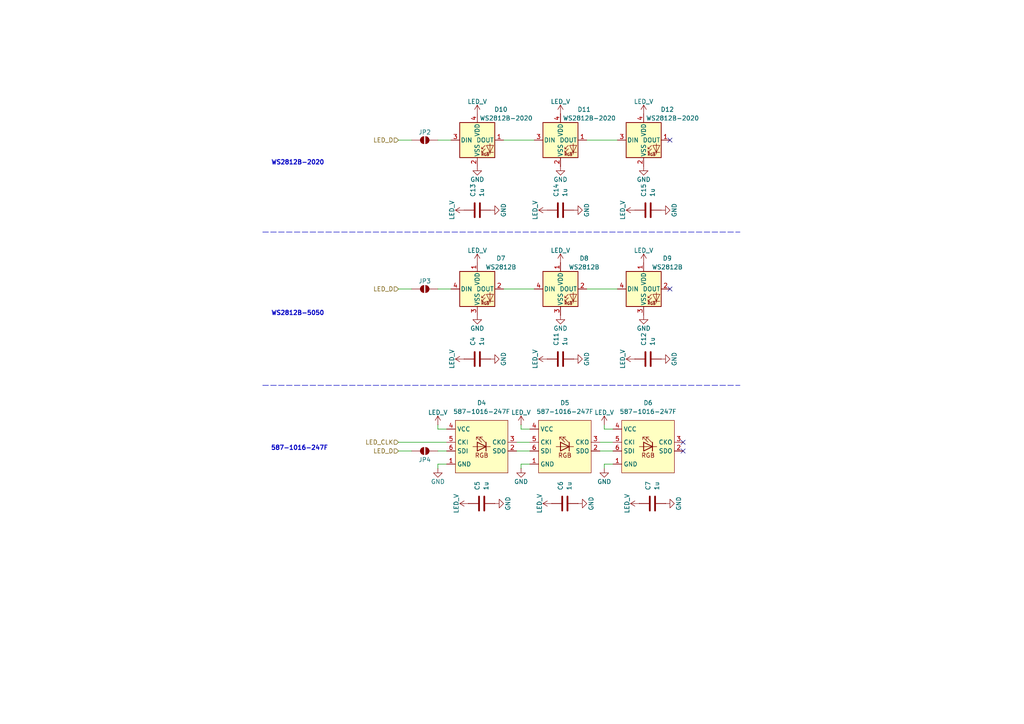
<source format=kicad_sch>
(kicad_sch (version 20250114) (generator "eeschema") (generator_version "9.0")
  (paper "A4")
  (lib_symbols
    (symbol "Device:C" (pin_numbers (hide yes)) (pin_names (offset 0.254))
      (property "Reference" "C" (at 0.635 2.54 0))
      (property "Value" "C" (at 0.635 -2.54 0))
      (symbol "C_0_1"
        (polyline (pts (xy -2.032 0.762) (xy 2.032 0.762)) (stroke (width 0.508)))
        (polyline (pts (xy -2.032 -0.762) (xy 2.032 -0.762)) (stroke (width 0.508)))
      )
      (symbol "C_1_1"
        (pin passive line (at 0 3.81 270) (length 2.794) (name "~") (number "1"))
        (pin passive line (at 0 -3.81 90) (length 2.794) (name "~") (number "2"))
      )
    )
    (symbol "Jumper:SolderJumper_2_Open" (pin_numbers (hide yes)) (pin_names (offset 0) (hide yes)) (in_bom no)
      (property "Reference" "JP" (at 0 2.032 0))
      (property "Value" "SolderJumper_2_Open" (at 0 -2.54 0))
      (symbol "SolderJumper_2_Open_0_1"
        (polyline (pts (xy -0.254 1.016) (xy -0.254 -1.016)))
        (arc (start -0.254 -1.016) (mid -1.2656 0) (end -0.254 1.016))
        (arc (start -0.254 -1.016) (mid -1.2656 0) (end -0.254 1.016) (fill (type outline)))
        (arc (start 0.254 1.016) (mid 1.2656 0) (end 0.254 -1.016))
        (arc (start 0.254 1.016) (mid 1.2656 0) (end 0.254 -1.016) (fill (type outline)))
        (polyline (pts (xy 0.254 1.016) (xy 0.254 -1.016)))
      )
      (symbol "SolderJumper_2_Open_1_1"
        (pin passive line (at -3.81 0 0) (length 2.54) (name "A") (number "1"))
        (pin passive line (at 3.81 0 180) (length 2.54) (name "B") (number "2"))
      )
    )
    (symbol "LED:WS2812B" (pin_names (offset 0.254))
      (property "Reference" "D" (at 5.08 5.715 0))
      (property "Value" "WS2812B" (at 1.27 -5.715 0))
      (symbol "WS2812B_0_0"
        (text "RGB" (at 2.286 -4.191 0) (effects (font (size 0.762 0.762))))
      )
      (symbol "WS2812B_0_1"
        (polyline (pts (xy 1.27 -2.54) (xy 1.778 -2.54)))
        (polyline (pts (xy 1.27 -3.556) (xy 1.778 -3.556)))
        (polyline (pts (xy 2.286 -1.524) (xy 1.27 -2.54) (xy 1.27 -2.032)))
        (polyline (pts (xy 2.286 -2.54) (xy 1.27 -3.556) (xy 1.27 -3.048)))
        (polyline (pts (xy 3.683 -1.016) (xy 3.683 -3.556) (xy 3.683 -4.064)))
        (polyline (pts (xy 4.699 -1.524) (xy 2.667 -1.524) (xy 3.683 -3.556) (xy 4.699 -1.524)))
        (polyline (pts (xy 4.699 -3.556) (xy 2.667 -3.556)))
        (rectangle (start 5.08 5.08) (end -5.08 -5.08) (stroke (width 0.254)) (fill (type background)))
      )
      (symbol "WS2812B_1_1"
        (pin input line (at -7.62 0 0) (length 2.54) (name "DIN") (number "4"))
        (pin power_in line (at 0 7.62 270) (length 2.54) (name "VDD") (number "1"))
        (pin power_in line (at 0 -7.62 90) (length 2.54) (name "VSS") (number "3"))
        (pin output line (at 7.62 0 180) (length 2.54) (name "DOUT") (number "2"))
      )
    )
    (symbol "LED:WS2812B-2020" (pin_names (offset 0.254))
      (property "Reference" "D" (at 5.08 5.715 0))
      (property "Value" "WS2812B-2020" (at 1.27 -5.715 0))
      (symbol "WS2812B-2020_0_0"
        (text "RGB" (at 2.286 -4.191 0) (effects (font (size 0.762 0.762))))
      )
      (symbol "WS2812B-2020_0_1"
        (polyline (pts (xy 1.27 -2.54) (xy 1.778 -2.54)))
        (polyline (pts (xy 1.27 -3.556) (xy 1.778 -3.556)))
        (polyline (pts (xy 2.286 -1.524) (xy 1.27 -2.54) (xy 1.27 -2.032)))
        (polyline (pts (xy 2.286 -2.54) (xy 1.27 -3.556) (xy 1.27 -3.048)))
        (polyline (pts (xy 3.683 -1.016) (xy 3.683 -3.556) (xy 3.683 -4.064)))
        (polyline (pts (xy 4.699 -1.524) (xy 2.667 -1.524) (xy 3.683 -3.556) (xy 4.699 -1.524)))
        (polyline (pts (xy 4.699 -3.556) (xy 2.667 -3.556)))
        (rectangle (start 5.08 5.08) (end -5.08 -5.08) (stroke (width 0.254)) (fill (type background)))
      )
      (symbol "WS2812B-2020_1_1"
        (pin input line (at -7.62 0 0) (length 2.54) (name "DIN") (number "3"))
        (pin power_in line (at 0 7.62 270) (length 2.54) (name "VDD") (number "4"))
        (pin power_in line (at 0 -7.62 90) (length 2.54) (name "VSS") (number "2"))
        (pin output line (at 7.62 0 180) (length 2.54) (name "DOUT") (number "1"))
      )
    )
    (symbol "PowerDistributionUnitLib:587-1016-247F"
      (property "Reference" "D" (at -7.112 8.636 0))
      (property "Value" "587-1016-247F" (at 4.064 8.636 0))
      (symbol "587-1016-247F_0_1"
        (rectangle (start -1.27 1.27) (end -1.27 1.27))
        (polyline (pts (xy -1.27 1.27) (xy -1.27 -1.27) (xy 1.27 0) (xy -1.27 1.27)) (stroke (width 0.254)))
        (rectangle (start -1.27 -1.27) (end -1.27 1.27))
        (polyline (pts (xy 0 1.27) (xy -1.524 2.794) (xy -0.762 2.794) (xy -1.524 2.794) (xy -1.524 2.032)))
        (polyline (pts (xy 1.016 1.27) (xy -0.508 2.794) (xy 0.254 2.794) (xy -0.508 2.794) (xy -0.508 2.032)))
        (polyline (pts (xy 1.27 1.27) (xy 1.27 -1.27)) (stroke (width 0.254)))
        (polyline (pts (xy 1.27 1.27) (xy 1.27 -1.27) (xy 1.27 -1.27)))
        (polyline (pts (xy 1.27 0) (xy -1.27 0)))
      )
      (symbol "587-1016-247F_1_0"
        (polyline (pts (xy -2.54 0) (xy -1.27 0)))
        (polyline (pts (xy 1.27 0) (xy 2.54 0)))
        (text "RGB" (at 0 -2.54 0) (effects (font (size 1.27 1.27))))
      )
      (symbol "587-1016-247F_1_1"
        (rectangle (start -7.62 7.62) (end 7.62 -7.62) (fill (type background)))
        (pin input line (at -10.16 5.08 0) (length 2.54) (name "VCC") (number "4"))
        (pin input line (at -10.16 1.27 0) (length 2.54) (name "CKI") (number "5"))
        (pin input line (at -10.16 -1.27 0) (length 2.54) (name "SDI") (number "6"))
        (pin input line (at -10.16 -5.08 0) (length 2.54) (name "GND") (number "1"))
        (pin input line (at 10.16 1.27 180) (length 2.54) (name "CKO") (number "3"))
        (pin input line (at 10.16 -1.27 180) (length 2.54) (name "SDO") (number "2"))
      )
    )
    (symbol "power:+3V3" (power) (pin_numbers (hide yes)) (pin_names (offset 0) (hide yes))
      (property "Value" "+3V3" (at 0 3.556 0))
      (symbol "+3V3_0_1"
        (polyline (pts (xy -0.762 1.27) (xy 0 2.54)))
        (polyline (pts (xy 0 2.54) (xy 0.762 1.27)))
        (polyline (pts (xy 0 0) (xy 0 2.54)))
      )
      (symbol "+3V3_1_1"
        (pin power_in line (at 0 0 90) (length 0) (name "~") (number "1"))
      )
    )
    (symbol "power:GND" (power) (pin_numbers (hide yes)) (pin_names (offset 0) (hide yes))
      (property "Value" "GND" (at 0 -3.81 0))
      (symbol "GND_0_1"
        (polyline (pts (xy 0 0) (xy 0 -1.27) (xy 1.27 -1.27) (xy 0 -2.54) (xy -1.27 -1.27) (xy 0 -1.27)))
      )
      (symbol "GND_1_1"
        (pin power_in line (at 0 0 270) (length 0) (name "~") (number "1"))
      )
    )
  )
  (text "WS2812B-2020" (at 86.36 47.244 0) (effects (font (size 1.27 1.27) (thickness 0.254) (bold yes))))
  (text "WS2812B-5050" (at 86.36 90.932 0) (effects (font (size 1.27 1.27) (thickness 0.254) (bold yes))))
  (text "587-1016-247F" (at 86.868 130.048 0) (effects (font (size 1.27 1.27) (thickness 0.254) (bold yes))))
  (no_connect (at 194.31 40.64))
  (no_connect (at 198.12 128.27))
  (no_connect (at 198.12 130.81))
  (no_connect (at 194.31 83.82))
  (wire (pts (xy 175.26 135.89) (xy 175.26 134.62)))
  (wire (pts (xy 175.26 123.19) (xy 175.26 124.46)))
  (wire (pts (xy 115.57 130.81) (xy 119.38 130.81)))
  (polyline (pts (xy 76.2 67.31) (xy 214.63 67.31)) (stroke (width 0) (type dash)))
  (wire (pts (xy 115.57 40.64) (xy 119.38 40.64)))
  (wire (pts (xy 151.13 134.62) (xy 153.67 134.62)))
  (wire (pts (xy 115.57 128.27) (xy 129.54 128.27)))
  (wire (pts (xy 146.05 40.64) (xy 154.94 40.64)))
  (wire (pts (xy 127 123.19) (xy 127 124.46)))
  (wire (pts (xy 149.86 128.27) (xy 153.67 128.27)))
  (wire (pts (xy 175.26 134.62) (xy 177.8 134.62)))
  (wire (pts (xy 127 134.62) (xy 129.54 134.62)))
  (wire (pts (xy 173.99 128.27) (xy 177.8 128.27)))
  (wire (pts (xy 127 124.46) (xy 129.54 124.46)))
  (wire (pts (xy 151.13 135.89) (xy 151.13 134.62)))
  (wire (pts (xy 146.05 83.82) (xy 154.94 83.82)))
  (wire (pts (xy 151.13 123.19) (xy 151.13 124.46)))
  (wire (pts (xy 170.18 83.82) (xy 179.07 83.82)))
  (wire (pts (xy 151.13 124.46) (xy 153.67 124.46)))
  (wire (pts (xy 127 83.82) (xy 130.81 83.82)))
  (wire (pts (xy 127 40.64) (xy 130.81 40.64)))
  (polyline (pts (xy 76.2 111.76) (xy 214.63 111.76)) (stroke (width 0) (type dash)))
  (wire (pts (xy 149.86 130.81) (xy 153.67 130.81)))
  (wire (pts (xy 127 130.81) (xy 129.54 130.81)))
  (wire (pts (xy 175.26 124.46) (xy 177.8 124.46)))
  (wire (pts (xy 115.57 83.82) (xy 119.38 83.82)))
  (wire (pts (xy 127 135.89) (xy 127 134.62)))
  (wire (pts (xy 170.18 40.64) (xy 179.07 40.64)))
  (wire (pts (xy 173.99 130.81) (xy 177.8 130.81)))
  (hierarchical_label "LED_D" (shape input) (at 115.57 83.82 180))
  (hierarchical_label "LED_D" (shape input) (at 115.57 130.81 180))
  (hierarchical_label "LED_D" (shape input) (at 115.57 40.64 180))
  (hierarchical_label "LED_CLK" (shape input) (at 115.57 128.27 180))
  (symbol (lib_id "power:GND") (at 175.26 135.89 0) (unit 1)
    (property "Reference" "#PWR019" (effects (hide yes)))
    (property "Value" "GND" (at 175.26 139.7 0))
    (property "Description" "Power symbol creates a global label with name \"GND\" , ground" (effects (hide yes)))
  )
  (symbol (lib_id "Device:C") (at 189.23 146.05 90) (unit 1)
    (property "Reference" "C7" (at 187.9599 142.24 0) (effects (justify left)))
    (property "Value" "1u" (at 190.4999 142.24 0) (effects (justify left)))
    (property "Footprint" "Capacitor_SMD:C_0603_1608Metric" (effects (hide yes)))
    (property "Description" "Unpolarized capacitor" (effects (hide yes)))
  )
  (symbol (lib_id "power:GND") (at 186.69 48.26 0) (unit 1)
    (property "Reference" "#PWR083" (effects (hide yes)))
    (property "Value" "GND" (at 186.69 52.07 0))
    (property "Description" "Power symbol creates a global label with name \"GND\" , ground" (effects (hide yes)))
  )
  (symbol (lib_id "power:+3V3") (at 138.43 76.2 0) (unit 1)
    (property "Reference" "#PWR045" (effects (hide yes)))
    (property "Value" "LED_V" (at 138.43 72.644 0))
    (property "Description" "Power symbol creates a global label with name \"+3V3\"" (effects (hide yes)))
  )
  (symbol (lib_id "power:+3V3") (at 185.42 146.05 90) (unit 1)
    (property "Reference" "#PWR081" (effects (hide yes)))
    (property "Value" "LED_V" (at 181.864 146.05 0))
    (property "Description" "Power symbol creates a global label with name \"+3V3\"" (effects (hide yes)))
  )
  (symbol (lib_id "Device:C") (at 138.43 104.14 90) (unit 1)
    (property "Reference" "C4" (at 137.1599 100.33 0) (effects (justify left)))
    (property "Value" "1u" (at 139.6999 100.33 0) (effects (justify left)))
    (property "Footprint" "Capacitor_SMD:C_0603_1608Metric" (effects (hide yes)))
    (property "Description" "Unpolarized capacitor" (effects (hide yes)))
  )
  (symbol (lib_id "power:+3V3") (at 134.62 104.14 90) (unit 1)
    (property "Reference" "#PWR047" (effects (hide yes)))
    (property "Value" "LED_V" (at 131.064 104.14 0))
    (property "Description" "Power symbol creates a global label with name \"+3V3\"" (effects (hide yes)))
  )
  (symbol (lib_id "PowerDistributionUnitLib:587-1016-247F") (at 163.83 129.54 0) (unit 1)
    (property "Reference" "D5" (at 163.83 116.84 0))
    (property "Value" "587-1016-247F" (at 163.83 119.38 0))
    (property "Footprint" "PowerDistributionUnitLib:587-1016-247F" (effects (hide yes)))
    (property "Datasheet" "${KIPRJMOD}/../lib/PowerDistributionUnitLib_docs/Dialight_datasheet_587-1016-247F_Addressable_RGB.pdf" (effects (hide yes)))
  )
  (symbol (lib_id "LED:WS2812B") (at 186.69 83.82 0) (unit 1)
    (property "Reference" "D9" (at 193.548 74.93 0))
    (property "Value" "WS2812B" (at 193.548 77.47 0))
    (property "Footprint" "LED_SMD:LED_WS2812B_PLCC4_5.0x5.0mm_P3.2mm" (effects (hide yes)))
    (property "Datasheet" "https://cdn-shop.adafruit.com/datasheets/WS2812B.pdf" (effects (hide yes)))
    (property "Description" "RGB LED with integrated controller" (effects (hide yes)))
  )
  (symbol (lib_id "power:+3V3") (at 158.75 104.14 90) (unit 1)
    (property "Reference" "#PWR049" (effects (hide yes)))
    (property "Value" "LED_V" (at 155.194 104.14 0))
    (property "Description" "Power symbol creates a global label with name \"+3V3\"" (effects (hide yes)))
  )
  (symbol (lib_id "LED:WS2812B") (at 138.43 83.82 0) (unit 1)
    (property "Reference" "D7" (at 145.288 74.93 0))
    (property "Value" "WS2812B" (at 145.288 77.47 0))
    (property "Footprint" "LED_SMD:LED_WS2812B_PLCC4_5.0x5.0mm_P3.2mm" (effects (hide yes)))
    (property "Datasheet" "https://cdn-shop.adafruit.com/datasheets/WS2812B.pdf" (effects (hide yes)))
    (property "Description" "RGB LED with integrated controller" (effects (hide yes)))
  )
  (symbol (lib_id "power:+3V3") (at 138.43 33.02 0) (unit 1)
    (property "Reference" "#PWR016" (effects (hide yes)))
    (property "Value" "LED_V" (at 138.43 29.464 0))
    (property "Description" "Power symbol creates a global label with name \"+3V3\"" (effects (hide yes)))
  )
  (symbol (lib_id "Device:C") (at 187.96 104.14 90) (unit 1)
    (property "Reference" "C12" (at 186.6899 100.33 0) (effects (justify left)))
    (property "Value" "1u" (at 189.2299 100.33 0) (effects (justify left)))
    (property "Footprint" "Capacitor_SMD:C_0603_1608Metric" (effects (hide yes)))
    (property "Description" "Unpolarized capacitor" (effects (hide yes)))
  )
  (symbol (lib_id "power:GND") (at 191.77 104.14 90) (unit 1)
    (property "Reference" "#PWR053" (effects (hide yes)))
    (property "Value" "GND" (at 195.58 104.14 0))
    (property "Description" "Power symbol creates a global label with name \"GND\" , ground" (effects (hide yes)))
  )
  (symbol (lib_id "power:+3V3") (at 162.56 33.02 0) (unit 1)
    (property "Reference" "#PWR017" (effects (hide yes)))
    (property "Value" "LED_V" (at 162.56 29.464 0))
    (property "Description" "Power symbol creates a global label with name \"+3V3\"" (effects (hide yes)))
  )
  (symbol (lib_id "power:GND") (at 151.13 135.89 0) (unit 1)
    (property "Reference" "#PWR020" (effects (hide yes)))
    (property "Value" "GND" (at 151.13 139.7 0))
    (property "Description" "Power symbol creates a global label with name \"GND\" , ground" (effects (hide yes)))
  )
  (symbol (lib_id "PowerDistributionUnitLib:587-1016-247F") (at 187.96 129.54 0) (unit 1)
    (property "Reference" "D6" (at 187.96 116.84 0))
    (property "Value" "587-1016-247F" (at 187.96 119.38 0))
    (property "Footprint" "PowerDistributionUnitLib:587-1016-247F" (effects (hide yes)))
    (property "Datasheet" "${KIPRJMOD}/../lib/PowerDistributionUnitLib_docs/Dialight_datasheet_587-1016-247F_Addressable_RGB.pdf" (effects (hide yes)))
  )
  (symbol (lib_id "power:GND") (at 166.37 104.14 90) (unit 1)
    (property "Reference" "#PWR051" (effects (hide yes)))
    (property "Value" "GND" (at 170.18 104.14 0))
    (property "Description" "Power symbol creates a global label with name \"GND\" , ground" (effects (hide yes)))
  )
  (symbol (lib_id "power:GND") (at 162.56 48.26 0) (unit 1)
    (property "Reference" "#PWR071" (effects (hide yes)))
    (property "Value" "GND" (at 162.56 52.07 0))
    (property "Description" "Power symbol creates a global label with name \"GND\" , ground" (effects (hide yes)))
  )
  (symbol (lib_id "power:GND") (at 143.51 146.05 90) (unit 1)
    (property "Reference" "#PWR031" (effects (hide yes)))
    (property "Value" "GND" (at 147.32 146.05 0))
    (property "Description" "Power symbol creates a global label with name \"GND\" , ground" (effects (hide yes)))
  )
  (symbol (lib_id "power:+3V3") (at 158.75 60.96 90) (unit 1)
    (property "Reference" "#PWR032" (effects (hide yes)))
    (property "Value" "LED_V" (at 155.194 60.96 0))
    (property "Description" "Power symbol creates a global label with name \"+3V3\"" (effects (hide yes)))
  )
  (symbol (lib_id "power:GND") (at 167.64 146.05 90) (unit 1)
    (property "Reference" "#PWR033" (effects (hide yes)))
    (property "Value" "GND" (at 171.45 146.05 0))
    (property "Description" "Power symbol creates a global label with name \"GND\" , ground" (effects (hide yes)))
  )
  (symbol (lib_id "LED:WS2812B") (at 162.56 83.82 0) (unit 1)
    (property "Reference" "D8" (at 169.418 74.93 0))
    (property "Value" "WS2812B" (at 169.418 77.47 0))
    (property "Footprint" "LED_SMD:LED_WS2812B_PLCC4_5.0x5.0mm_P3.2mm" (effects (hide yes)))
    (property "Datasheet" "https://cdn-shop.adafruit.com/datasheets/WS2812B.pdf" (effects (hide yes)))
    (property "Description" "RGB LED with integrated controller" (effects (hide yes)))
  )
  (symbol (lib_id "LED:WS2812B-2020") (at 186.69 40.64 0) (unit 1)
    (property "Reference" "D12" (at 193.548 31.75 0))
    (property "Value" "WS2812B-2020" (at 195.072 34.29 0))
    (property "Footprint" "LED_SMD:LED_WS2812B-2020_PLCC4_2.0x2.0mm" (effects (hide yes)))
    (property "Datasheet" "https://cdn-shop.adafruit.com/product-files/4684/4684_WS2812B-2020_V1.3_EN.pdf" (effects (hide yes)))
    (property "Description" "RGB LED with integrated controller, 2.0 x 2.0 mm, 12 mA" (effects (hide yes)))
  )
  (symbol (lib_id "power:GND") (at 193.04 146.05 90) (unit 1)
    (property "Reference" "#PWR035" (effects (hide yes)))
    (property "Value" "GND" (at 196.85 146.05 0))
    (property "Description" "Power symbol creates a global label with name \"GND\" , ground" (effects (hide yes)))
  )
  (symbol (lib_id "power:+3V3") (at 175.26 123.19 0) (unit 1)
    (property "Reference" "#PWR082" (effects (hide yes)))
    (property "Value" "LED_V" (at 175.26 119.634 0))
    (property "Description" "Power symbol creates a global label with name \"+3V3\"" (effects (hide yes)))
  )
  (symbol (lib_id "power:+3V3") (at 186.69 33.02 0) (unit 1)
    (property "Reference" "#PWR018" (effects (hide yes)))
    (property "Value" "LED_V" (at 186.69 29.464 0))
    (property "Description" "Power symbol creates a global label with name \"+3V3\"" (effects (hide yes)))
  )
  (symbol (lib_id "power:+3V3") (at 184.15 104.14 90) (unit 1)
    (property "Reference" "#PWR052" (effects (hide yes)))
    (property "Value" "LED_V" (at 180.594 104.14 0))
    (property "Description" "Power symbol creates a global label with name \"+3V3\"" (effects (hide yes)))
  )
  (symbol (lib_id "power:+3V3") (at 134.62 60.96 90) (unit 1)
    (property "Reference" "#PWR030" (effects (hide yes)))
    (property "Value" "LED_V" (at 131.064 60.96 0))
    (property "Description" "Power symbol creates a global label with name \"+3V3\"" (effects (hide yes)))
  )
  (symbol (lib_id "power:+3V3") (at 184.15 60.96 90) (unit 1)
    (property "Reference" "#PWR034" (effects (hide yes)))
    (property "Value" "LED_V" (at 180.594 60.96 0))
    (property "Description" "Power symbol creates a global label with name \"+3V3\"" (effects (hide yes)))
  )
  (symbol (lib_id "power:+3V3") (at 151.13 123.19 0) (unit 1)
    (property "Reference" "#PWR069" (effects (hide yes)))
    (property "Value" "LED_V" (at 151.13 119.634 0))
    (property "Description" "Power symbol creates a global label with name \"+3V3\"" (effects (hide yes)))
  )
  (symbol (lib_id "power:GND") (at 138.43 91.44 0) (unit 1)
    (property "Reference" "#PWR026" (effects (hide yes)))
    (property "Value" "GND" (at 138.43 95.25 0))
    (property "Description" "Power symbol creates a global label with name \"GND\" , ground" (effects (hide yes)))
  )
  (symbol (lib_id "power:GND") (at 162.56 91.44 0) (unit 1)
    (property "Reference" "#PWR044" (effects (hide yes)))
    (property "Value" "GND" (at 162.56 95.25 0))
    (property "Description" "Power symbol creates a global label with name \"GND\" , ground" (effects (hide yes)))
  )
  (symbol (lib_id "Device:C") (at 138.43 60.96 90) (unit 1)
    (property "Reference" "C13" (at 137.1599 57.15 0) (effects (justify left)))
    (property "Value" "1u" (at 139.6999 57.15 0) (effects (justify left)))
    (property "Footprint" "Capacitor_SMD:C_0603_1608Metric" (effects (hide yes)))
    (property "Description" "Unpolarized capacitor" (effects (hide yes)))
  )
  (symbol (lib_id "Jumper:SolderJumper_2_Open") (at 123.19 83.82 0) (unit 1) (in_bom no)
    (property "Reference" "JP3" (at 123.19 81.534 0))
    (property "Value" "SolderJumper_2_Open" (effects (hide yes)))
    (property "Footprint" "Jumper:SolderJumper-2_P1.3mm_Open_RoundedPad1.0x1.5mm" (effects (hide yes)))
    (property "Description" "Solder Jumper, 2-pole, open" (effects (hide yes)))
  )
  (symbol (lib_id "power:GND") (at 142.24 104.14 90) (unit 1)
    (property "Reference" "#PWR048" (effects (hide yes)))
    (property "Value" "GND" (at 146.05 104.14 0))
    (property "Description" "Power symbol creates a global label with name \"GND\" , ground" (effects (hide yes)))
  )
  (symbol (lib_id "Jumper:SolderJumper_2_Open") (at 123.19 40.64 0) (unit 1) (in_bom no)
    (property "Reference" "JP2" (at 123.19 38.354 0))
    (property "Value" "SolderJumper_2_Open" (effects (hide yes)))
    (property "Footprint" "Jumper:SolderJumper-2_P1.3mm_Open_RoundedPad1.0x1.5mm" (effects (hide yes)))
    (property "Description" "Solder Jumper, 2-pole, open" (effects (hide yes)))
  )
  (symbol (lib_id "LED:WS2812B-2020") (at 138.43 40.64 0) (unit 1)
    (property "Reference" "D10" (at 145.288 31.75 0))
    (property "Value" "WS2812B-2020" (at 146.812 34.29 0))
    (property "Footprint" "LED_SMD:LED_WS2812B-2020_PLCC4_2.0x2.0mm" (effects (hide yes)))
    (property "Datasheet" "https://cdn-shop.adafruit.com/product-files/4684/4684_WS2812B-2020_V1.3_EN.pdf" (effects (hide yes)))
    (property "Description" "RGB LED with integrated controller, 2.0 x 2.0 mm, 12 mA" (effects (hide yes)))
  )
  (symbol (lib_id "power:GND") (at 191.77 60.96 90) (unit 1)
    (property "Reference" "#PWR084" (effects (hide yes)))
    (property "Value" "GND" (at 195.58 60.96 0))
    (property "Description" "Power symbol creates a global label with name \"GND\" , ground" (effects (hide yes)))
  )
  (symbol (lib_id "Device:C") (at 187.96 60.96 90) (unit 1)
    (property "Reference" "C15" (at 186.6899 57.15 0) (effects (justify left)))
    (property "Value" "1u" (at 189.2299 57.15 0) (effects (justify left)))
    (property "Footprint" "Capacitor_SMD:C_0603_1608Metric" (effects (hide yes)))
    (property "Description" "Unpolarized capacitor" (effects (hide yes)))
  )
  (symbol (lib_id "Device:C") (at 139.7 146.05 90) (unit 1)
    (property "Reference" "C5" (at 138.4299 142.24 0) (effects (justify left)))
    (property "Value" "1u" (at 140.9699 142.24 0) (effects (justify left)))
    (property "Footprint" "Capacitor_SMD:C_0603_1608Metric" (effects (hide yes)))
    (property "Description" "Unpolarized capacitor" (effects (hide yes)))
  )
  (symbol (lib_id "power:+3V3") (at 186.69 76.2 0) (unit 1)
    (property "Reference" "#PWR040" (effects (hide yes)))
    (property "Value" "LED_V" (at 186.69 72.644 0))
    (property "Description" "Power symbol creates a global label with name \"+3V3\"" (effects (hide yes)))
  )
  (symbol (lib_id "power:+3V3") (at 127 123.19 0) (unit 1)
    (property "Reference" "#PWR065" (effects (hide yes)))
    (property "Value" "LED_V" (at 127 119.634 0))
    (property "Description" "Power symbol creates a global label with name \"+3V3\"" (effects (hide yes)))
  )
  (symbol (lib_id "power:+3V3") (at 162.56 76.2 0) (unit 1)
    (property "Reference" "#PWR041" (effects (hide yes)))
    (property "Value" "LED_V" (at 162.56 72.644 0))
    (property "Description" "Power symbol creates a global label with name \"+3V3\"" (effects (hide yes)))
  )
  (symbol (lib_id "power:GND") (at 142.24 60.96 90) (unit 1)
    (property "Reference" "#PWR067" (effects (hide yes)))
    (property "Value" "GND" (at 146.05 60.96 0))
    (property "Description" "Power symbol creates a global label with name \"GND\" , ground" (effects (hide yes)))
  )
  (symbol (lib_id "PowerDistributionUnitLib:587-1016-247F") (at 139.7 129.54 0) (unit 1)
    (property "Reference" "D4" (at 139.7 116.84 0))
    (property "Value" "587-1016-247F" (at 139.7 119.38 0))
    (property "Footprint" "PowerDistributionUnitLib:587-1016-247F" (effects (hide yes)))
    (property "Datasheet" "${KIPRJMOD}/../lib/PowerDistributionUnitLib_docs/Dialight_datasheet_587-1016-247F_Addressable_RGB.pdf" (effects (hide yes)))
  )
  (symbol (lib_id "Device:C") (at 162.56 60.96 90) (unit 1)
    (property "Reference" "C14" (at 161.2899 57.15 0) (effects (justify left)))
    (property "Value" "1u" (at 163.8299 57.15 0) (effects (justify left)))
    (property "Footprint" "Capacitor_SMD:C_0603_1608Metric" (effects (hide yes)))
    (property "Description" "Unpolarized capacitor" (effects (hide yes)))
  )
  (symbol (lib_id "power:+3V3") (at 135.89 146.05 90) (unit 1)
    (property "Reference" "#PWR054" (effects (hide yes)))
    (property "Value" "LED_V" (at 132.334 146.05 0))
    (property "Description" "Power symbol creates a global label with name \"+3V3\"" (effects (hide yes)))
  )
  (symbol (lib_id "power:GND") (at 138.43 48.26 0) (unit 1)
    (property "Reference" "#PWR066" (effects (hide yes)))
    (property "Value" "GND" (at 138.43 52.07 0))
    (property "Description" "Power symbol creates a global label with name \"GND\" , ground" (effects (hide yes)))
  )
  (symbol (lib_id "power:GND") (at 166.37 60.96 90) (unit 1)
    (property "Reference" "#PWR080" (effects (hide yes)))
    (property "Value" "GND" (at 170.18 60.96 0))
    (property "Description" "Power symbol creates a global label with name \"GND\" , ground" (effects (hide yes)))
  )
  (symbol (lib_id "power:GND") (at 127 135.89 0) (unit 1)
    (property "Reference" "#PWR021" (effects (hide yes)))
    (property "Value" "GND" (at 127 139.7 0))
    (property "Description" "Power symbol creates a global label with name \"GND\" , ground" (effects (hide yes)))
  )
  (symbol (lib_id "Device:C") (at 162.56 104.14 90) (unit 1)
    (property "Reference" "C11" (at 161.2899 100.33 0) (effects (justify left)))
    (property "Value" "1u" (at 163.8299 100.33 0) (effects (justify left)))
    (property "Footprint" "Capacitor_SMD:C_0603_1608Metric" (effects (hide yes)))
    (property "Description" "Unpolarized capacitor" (effects (hide yes)))
  )
  (symbol (lib_id "power:GND") (at 186.69 91.44 0) (unit 1)
    (property "Reference" "#PWR046" (effects (hide yes)))
    (property "Value" "GND" (at 186.69 95.25 0))
    (property "Description" "Power symbol creates a global label with name \"GND\" , ground" (effects (hide yes)))
  )
  (symbol (lib_id "Jumper:SolderJumper_2_Open") (at 123.19 130.81 0) (unit 1) (in_bom no)
    (property "Reference" "JP4" (at 123.19 133.35 0))
    (property "Value" "SolderJumper_2_Open" (effects (hide yes)))
    (property "Footprint" "Jumper:SolderJumper-2_P1.3mm_Open_RoundedPad1.0x1.5mm" (effects (hide yes)))
    (property "Description" "Solder Jumper, 2-pole, open" (effects (hide yes)))
  )
  (symbol (lib_id "Device:C") (at 163.83 146.05 90) (unit 1)
    (property "Reference" "C6" (at 162.5599 142.24 0) (effects (justify left)))
    (property "Value" "1u" (at 165.0999 142.24 0) (effects (justify left)))
    (property "Footprint" "Capacitor_SMD:C_0603_1608Metric" (effects (hide yes)))
    (property "Description" "Unpolarized capacitor" (effects (hide yes)))
  )
  (symbol (lib_id "LED:WS2812B-2020") (at 162.56 40.64 0) (unit 1)
    (property "Reference" "D11" (at 169.418 31.75 0))
    (property "Value" "WS2812B-2020" (at 170.942 34.29 0))
    (property "Footprint" "LED_SMD:LED_WS2812B-2020_PLCC4_2.0x2.0mm" (effects (hide yes)))
    (property "Datasheet" "https://cdn-shop.adafruit.com/product-files/4684/4684_WS2812B-2020_V1.3_EN.pdf" (effects (hide yes)))
    (property "Description" "RGB LED with integrated controller, 2.0 x 2.0 mm, 12 mA" (effects (hide yes)))
  )
  (symbol (lib_id "power:+3V3") (at 160.02 146.05 90) (unit 1)
    (property "Reference" "#PWR068" (effects (hide yes)))
    (property "Value" "LED_V" (at 156.464 146.05 0))
    (property "Description" "Power symbol creates a global label with name \"+3V3\"" (effects (hide yes)))
  )
)
</source>
